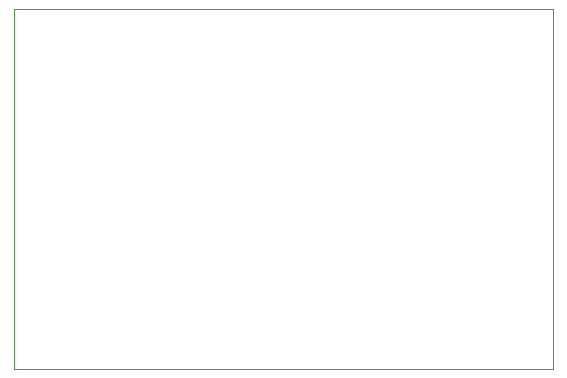
<source format=gbr>
G75*
%MOIN*%
%OFA0B0*%
%FSLAX25Y25*%
%IPPOS*%
%LPD*%
%AMOC8*
5,1,8,0,0,1.08239X$1,22.5*
%
%ADD10C,0.00000*%
D10*
X0001000Y0001000D02*
X0001000Y0120951D01*
X0180921Y0120951D01*
X0180921Y0001000D01*
X0001000Y0001000D01*
M02*

</source>
